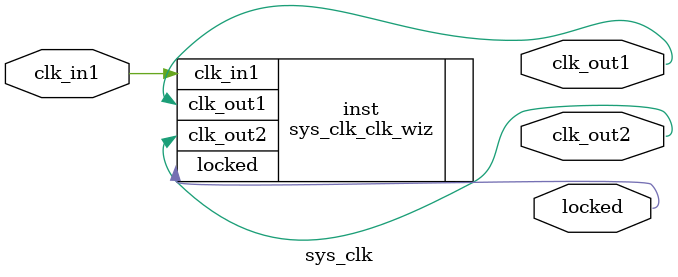
<source format=v>


`timescale 1ps/1ps

(* CORE_GENERATION_INFO = "sys_clk,clk_wiz_v5_4_3_0,{component_name=sys_clk,use_phase_alignment=true,use_min_o_jitter=false,use_max_i_jitter=false,use_dyn_phase_shift=false,use_inclk_switchover=false,use_dyn_reconfig=false,enable_axi=0,feedback_source=FDBK_AUTO,PRIMITIVE=MMCM,num_out_clk=2,clkin1_period=20.000,clkin2_period=10.0,use_power_down=false,use_reset=false,use_locked=true,use_inclk_stopped=false,feedback_type=SINGLE,CLOCK_MGR_TYPE=NA,manual_override=false}" *)

module sys_clk 
 (
  // Clock out ports
  output        clk_out1,
  output        clk_out2,
  // Status and control signals
  output        locked,
 // Clock in ports
  input         clk_in1
 );

  sys_clk_clk_wiz inst
  (
  // Clock out ports  
  .clk_out1(clk_out1),
  .clk_out2(clk_out2),
  // Status and control signals               
  .locked(locked),
 // Clock in ports
  .clk_in1(clk_in1)
  );

endmodule

</source>
